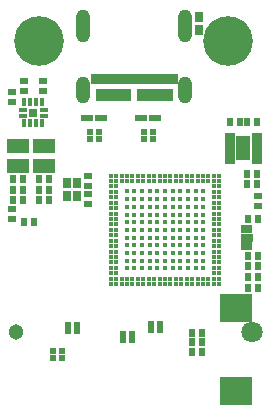
<source format=gts>
G04*
G04 #@! TF.GenerationSoftware,Altium Limited,Altium Designer,21.2.1 (34)*
G04*
G04 Layer_Color=8388736*
%FSLAX25Y25*%
%MOIN*%
G70*
G04*
G04 #@! TF.SameCoordinates,309C0993-0839-4B3B-9E80-2D82E5661E4B*
G04*
G04*
G04 #@! TF.FilePolarity,Negative*
G04*
G01*
G75*
%ADD36R,0.01981X0.03950*%
%ADD37R,0.04737X0.03556*%
%ADD38R,0.01981X0.03556*%
%ADD39R,0.02568X0.02372*%
%ADD40R,0.02372X0.02568*%
%ADD41R,0.07493X0.04737*%
%ADD42R,0.01502X0.03018*%
%ADD43R,0.03018X0.01502*%
%ADD44R,0.03156X0.03156*%
%ADD45C,0.01587*%
%ADD46R,0.03162X0.03674*%
%ADD47R,0.02375X0.01981*%
%ADD48R,0.01981X0.02375*%
%ADD49R,0.03359X0.02572*%
%ADD50R,0.05131X0.08280*%
%ADD51R,0.04186X0.02769*%
%ADD52R,0.01902X0.03103*%
%ADD53R,0.02926X0.03306*%
%ADD54R,0.11005X0.09491*%
%ADD55C,0.16548*%
%ADD56O,0.04737X0.09063*%
%ADD57O,0.04737X0.11031*%
%ADD58C,0.05131*%
%ADD59C,0.07099*%
D36*
X112423Y139354D02*
D03*
X106517D02*
D03*
X104549D02*
D03*
X102580D02*
D03*
X98643D02*
D03*
X96675D02*
D03*
X94706D02*
D03*
X88801D02*
D03*
X110454D02*
D03*
X108486D02*
D03*
X90769D02*
D03*
X92738D02*
D03*
D37*
X112817Y144669D02*
D03*
X88406Y144669D02*
D03*
D38*
X105532D02*
D03*
X103565D02*
D03*
X101595D02*
D03*
X99628D02*
D03*
X97658D02*
D03*
X95691D02*
D03*
X91754D02*
D03*
X93721D02*
D03*
X109469D02*
D03*
X107502D02*
D03*
D39*
X59964Y137116D02*
D03*
Y140462D02*
D03*
X63914Y140568D02*
D03*
X63914Y143914D02*
D03*
X70014D02*
D03*
X70014Y140568D02*
D03*
X59714Y97941D02*
D03*
Y101288D02*
D03*
X85309Y103102D02*
D03*
X85309Y106449D02*
D03*
X85309Y112322D02*
D03*
X85309Y108976D02*
D03*
X141697Y102297D02*
D03*
Y105644D02*
D03*
D40*
X63428Y111341D02*
D03*
X60082Y111341D02*
D03*
X68741Y111241D02*
D03*
X72088Y111241D02*
D03*
X68745Y104461D02*
D03*
X72091Y104461D02*
D03*
X60064Y107702D02*
D03*
X63410Y107702D02*
D03*
X72088Y107841D02*
D03*
X68741D02*
D03*
X60062Y104349D02*
D03*
X63408D02*
D03*
X63764Y97089D02*
D03*
X67110D02*
D03*
X141610Y109635D02*
D03*
X138263D02*
D03*
X141621Y112979D02*
D03*
X138275Y112979D02*
D03*
X132381Y130359D02*
D03*
X135728Y130359D02*
D03*
X138249Y130381D02*
D03*
X141596Y130381D02*
D03*
X138382Y97922D02*
D03*
X141729Y97922D02*
D03*
X141732Y78764D02*
D03*
X138385Y78764D02*
D03*
X141705Y85893D02*
D03*
X138358Y85893D02*
D03*
X138370Y82325D02*
D03*
X141717Y82325D02*
D03*
X141740Y75157D02*
D03*
X138393Y75157D02*
D03*
X119747Y57007D02*
D03*
X123093D02*
D03*
X119731Y60147D02*
D03*
X123077D02*
D03*
X119736Y53880D02*
D03*
X123083D02*
D03*
D41*
X61714Y122513D02*
D03*
Y115820D02*
D03*
X70514Y122513D02*
D03*
Y115820D02*
D03*
D42*
X63961Y129968D02*
D03*
X65930D02*
D03*
X67898D02*
D03*
X69867D02*
D03*
Y137114D02*
D03*
X67898D02*
D03*
X65930D02*
D03*
X63961D02*
D03*
D43*
X70487Y132557D02*
D03*
Y134525D02*
D03*
X63341D02*
D03*
Y132557D02*
D03*
D44*
X66914Y133541D02*
D03*
D45*
X98042Y107240D02*
D03*
X123632D02*
D03*
Y102122D02*
D03*
Y99563D02*
D03*
Y89327D02*
D03*
Y86768D02*
D03*
Y81650D02*
D03*
X121073Y107240D02*
D03*
Y102122D02*
D03*
Y99563D02*
D03*
Y89327D02*
D03*
Y86768D02*
D03*
Y81650D02*
D03*
X118514Y107240D02*
D03*
Y102122D02*
D03*
Y99563D02*
D03*
Y89327D02*
D03*
Y86768D02*
D03*
Y81650D02*
D03*
X115955Y107240D02*
D03*
Y102122D02*
D03*
Y99563D02*
D03*
Y89327D02*
D03*
Y86768D02*
D03*
Y81650D02*
D03*
X113396Y107240D02*
D03*
Y102122D02*
D03*
Y99563D02*
D03*
Y89327D02*
D03*
Y86768D02*
D03*
Y81650D02*
D03*
X110837Y107240D02*
D03*
Y102122D02*
D03*
Y99563D02*
D03*
Y89327D02*
D03*
Y86768D02*
D03*
Y81650D02*
D03*
X108278Y107240D02*
D03*
Y102122D02*
D03*
Y99563D02*
D03*
Y89327D02*
D03*
Y86768D02*
D03*
Y81650D02*
D03*
X105719Y107240D02*
D03*
Y102122D02*
D03*
Y99563D02*
D03*
Y89327D02*
D03*
Y86768D02*
D03*
Y81650D02*
D03*
X103160Y107240D02*
D03*
Y102122D02*
D03*
Y99563D02*
D03*
Y89327D02*
D03*
Y86768D02*
D03*
Y81650D02*
D03*
X100601Y107240D02*
D03*
Y102122D02*
D03*
Y99563D02*
D03*
Y89327D02*
D03*
Y86768D02*
D03*
Y81650D02*
D03*
X98042Y102122D02*
D03*
Y99563D02*
D03*
Y89327D02*
D03*
Y86768D02*
D03*
Y81650D02*
D03*
X123632Y84209D02*
D03*
X121073D02*
D03*
X118514D02*
D03*
X115955D02*
D03*
X113396D02*
D03*
X110837D02*
D03*
X108278D02*
D03*
X105719D02*
D03*
X103160D02*
D03*
X100601D02*
D03*
X98042D02*
D03*
X123632Y91886D02*
D03*
X121073D02*
D03*
X118514D02*
D03*
X115955D02*
D03*
X113396D02*
D03*
X110837D02*
D03*
X108278D02*
D03*
X105719D02*
D03*
X103160D02*
D03*
X100601D02*
D03*
X98042D02*
D03*
X123632Y94445D02*
D03*
X121073D02*
D03*
X118514D02*
D03*
X115955D02*
D03*
X113396D02*
D03*
X110837D02*
D03*
X108278D02*
D03*
X105719D02*
D03*
X103160D02*
D03*
X100601D02*
D03*
X98042D02*
D03*
X123632Y97004D02*
D03*
X121073D02*
D03*
X118514D02*
D03*
X115955D02*
D03*
X113396D02*
D03*
X110837D02*
D03*
X108278D02*
D03*
X105719D02*
D03*
X103160D02*
D03*
X100601D02*
D03*
X98042D02*
D03*
X123632Y104682D02*
D03*
X121073D02*
D03*
X118514D02*
D03*
X115955D02*
D03*
X113396D02*
D03*
X110837D02*
D03*
X108278D02*
D03*
X105719D02*
D03*
X103160D02*
D03*
X100601D02*
D03*
X98042D02*
D03*
X128947Y112556D02*
D03*
Y110745D02*
D03*
Y108933D02*
D03*
Y107122D02*
D03*
Y105311D02*
D03*
Y103500D02*
D03*
Y101689D02*
D03*
Y99878D02*
D03*
Y98067D02*
D03*
Y96256D02*
D03*
Y94445D02*
D03*
Y92634D02*
D03*
Y90823D02*
D03*
Y89012D02*
D03*
Y87201D02*
D03*
Y85390D02*
D03*
Y83579D02*
D03*
Y81768D02*
D03*
Y79957D02*
D03*
Y78146D02*
D03*
Y76335D02*
D03*
X127136Y112556D02*
D03*
Y110745D02*
D03*
Y108933D02*
D03*
Y107122D02*
D03*
Y105311D02*
D03*
Y103500D02*
D03*
Y101689D02*
D03*
Y99878D02*
D03*
Y98067D02*
D03*
Y96256D02*
D03*
Y94445D02*
D03*
Y92634D02*
D03*
Y90823D02*
D03*
Y89012D02*
D03*
Y87201D02*
D03*
Y85390D02*
D03*
Y83579D02*
D03*
Y81768D02*
D03*
Y79957D02*
D03*
Y78146D02*
D03*
Y76335D02*
D03*
X125325Y112556D02*
D03*
Y110745D02*
D03*
Y78146D02*
D03*
Y76335D02*
D03*
X123514Y112556D02*
D03*
Y110745D02*
D03*
Y78146D02*
D03*
Y76335D02*
D03*
X121703Y112556D02*
D03*
Y110745D02*
D03*
Y78146D02*
D03*
Y76335D02*
D03*
X119892Y112556D02*
D03*
Y110745D02*
D03*
Y78146D02*
D03*
Y76335D02*
D03*
X118081Y112556D02*
D03*
Y110745D02*
D03*
Y78146D02*
D03*
Y76335D02*
D03*
X116270Y112556D02*
D03*
Y110745D02*
D03*
Y78146D02*
D03*
Y76335D02*
D03*
X114459Y112556D02*
D03*
Y110745D02*
D03*
Y78146D02*
D03*
Y76335D02*
D03*
X112648Y112556D02*
D03*
Y110745D02*
D03*
Y78146D02*
D03*
Y76335D02*
D03*
X110837Y112556D02*
D03*
Y110745D02*
D03*
Y78146D02*
D03*
Y76335D02*
D03*
X109026Y112556D02*
D03*
Y110745D02*
D03*
Y78146D02*
D03*
Y76335D02*
D03*
X107215Y112556D02*
D03*
Y110745D02*
D03*
X105404Y78146D02*
D03*
Y76335D02*
D03*
X103593Y112556D02*
D03*
Y110745D02*
D03*
X101782Y78146D02*
D03*
Y76335D02*
D03*
X99971Y112556D02*
D03*
Y110745D02*
D03*
X98160Y78146D02*
D03*
Y76335D02*
D03*
X96349Y112556D02*
D03*
Y110745D02*
D03*
X94538Y108933D02*
D03*
Y107122D02*
D03*
Y105311D02*
D03*
Y103500D02*
D03*
Y101689D02*
D03*
Y98067D02*
D03*
Y96256D02*
D03*
Y94445D02*
D03*
Y92634D02*
D03*
Y89012D02*
D03*
Y85390D02*
D03*
Y81768D02*
D03*
Y78146D02*
D03*
Y76335D02*
D03*
X92727Y112556D02*
D03*
Y110745D02*
D03*
Y108933D02*
D03*
Y107122D02*
D03*
Y105311D02*
D03*
Y103500D02*
D03*
Y101689D02*
D03*
Y98067D02*
D03*
Y96256D02*
D03*
Y94445D02*
D03*
Y92634D02*
D03*
Y89012D02*
D03*
Y85390D02*
D03*
Y81768D02*
D03*
Y78146D02*
D03*
Y76335D02*
D03*
X98160Y110745D02*
D03*
X101782Y112556D02*
D03*
X98160D02*
D03*
X101782Y110745D02*
D03*
X94538D02*
D03*
X105404Y112556D02*
D03*
X94538D02*
D03*
X105404Y110745D02*
D03*
X99971Y78146D02*
D03*
X103593D02*
D03*
X99971Y76335D02*
D03*
X103593D02*
D03*
X92727Y99878D02*
D03*
X94538D02*
D03*
Y87201D02*
D03*
Y83579D02*
D03*
X92727Y87201D02*
D03*
Y83579D02*
D03*
Y90823D02*
D03*
X94538Y79957D02*
D03*
X96349Y76335D02*
D03*
X107215D02*
D03*
X94538Y90823D02*
D03*
X92727Y79957D02*
D03*
X96349Y78146D02*
D03*
X107215D02*
D03*
D46*
X78242Y105574D02*
D03*
Y109905D02*
D03*
X81391D02*
D03*
Y105574D02*
D03*
D47*
X85729Y127041D02*
D03*
Y124876D02*
D03*
X88729D02*
D03*
Y127041D02*
D03*
X103665D02*
D03*
Y124876D02*
D03*
X106665D02*
D03*
Y127041D02*
D03*
X109100Y61000D02*
D03*
Y63165D02*
D03*
X106100D02*
D03*
Y61000D02*
D03*
X99963Y57709D02*
D03*
Y59873D02*
D03*
X96963D02*
D03*
Y57709D02*
D03*
X78365Y60660D02*
D03*
Y62824D02*
D03*
X81365D02*
D03*
Y60660D02*
D03*
X76350Y51795D02*
D03*
Y53959D02*
D03*
X73350D02*
D03*
Y51795D02*
D03*
D48*
X85976Y131864D02*
D03*
X83811D02*
D03*
X88494D02*
D03*
X90658D02*
D03*
X103865D02*
D03*
X101700D02*
D03*
X106400D02*
D03*
X108564D02*
D03*
D49*
X132484Y125475D02*
D03*
Y122916D02*
D03*
Y120357D02*
D03*
Y117798D02*
D03*
X141343Y122916D02*
D03*
Y125475D02*
D03*
Y117798D02*
D03*
Y120357D02*
D03*
D50*
X136914Y121636D02*
D03*
D51*
X138000Y91900D02*
D03*
D52*
X138984Y89075D02*
D03*
X137016D02*
D03*
Y94725D02*
D03*
X138984D02*
D03*
D53*
X122100Y165438D02*
D03*
Y161200D02*
D03*
D54*
X134400Y40776D02*
D03*
Y68424D02*
D03*
D55*
X131892Y157526D02*
D03*
X68900D02*
D03*
D56*
X83604Y141165D02*
D03*
X117619D02*
D03*
D57*
Y162267D02*
D03*
X83604Y162267D02*
D03*
D58*
X61060Y60300D02*
D03*
D59*
X139800D02*
D03*
M02*

</source>
